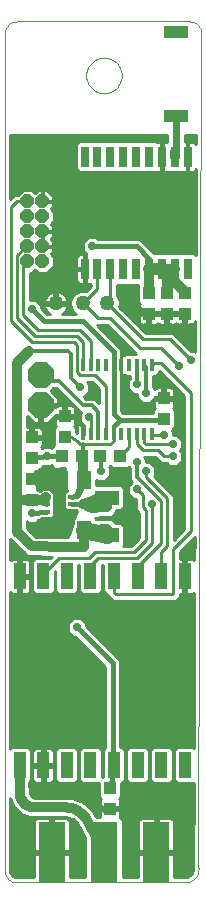
<source format=gtl>
G75*
%MOIN*%
%OFA0B0*%
%FSLAX24Y24*%
%IPPOS*%
%LPD*%
%AMOC8*
5,1,8,0,0,1.08239X$1,22.5*
%
%ADD10C,0.0000*%
%ADD11R,0.0120X0.0390*%
%ADD12R,0.0315X0.0709*%
%ADD13R,0.0276X0.0709*%
%ADD14R,0.0787X0.0394*%
%ADD15R,0.0900X0.2000*%
%ADD16OC8,0.0436*%
%ADD17R,0.0420X0.0860*%
%ADD18R,0.0315X0.0630*%
%ADD19R,0.0315X0.0138*%
%ADD20R,0.0472X0.0315*%
%ADD21R,0.0394X0.0433*%
%ADD22R,0.0433X0.0394*%
%ADD23R,0.0512X0.0591*%
%ADD24C,0.0500*%
%ADD25R,0.0787X0.0472*%
%ADD26OC8,0.0850*%
%ADD27C,0.0320*%
%ADD28C,0.0160*%
%ADD29C,0.0240*%
%ADD30C,0.0400*%
%ADD31C,0.0500*%
%ADD32C,0.0560*%
%ADD33C,0.0100*%
%ADD34OC8,0.0270*%
%ADD35OC8,0.0591*%
%ADD36C,0.0120*%
D10*
X000950Y004251D02*
X000950Y032151D01*
X000952Y032190D01*
X000958Y032229D01*
X000967Y032267D01*
X000980Y032304D01*
X000997Y032340D01*
X001017Y032373D01*
X001041Y032405D01*
X001067Y032434D01*
X001096Y032460D01*
X001128Y032484D01*
X001161Y032504D01*
X001197Y032521D01*
X001234Y032534D01*
X001272Y032543D01*
X001311Y032549D01*
X001350Y032551D01*
X007100Y032551D01*
X007139Y032549D01*
X007178Y032543D01*
X007216Y032534D01*
X007253Y032521D01*
X007289Y032504D01*
X007322Y032484D01*
X007354Y032460D01*
X007383Y032434D01*
X007409Y032405D01*
X007433Y032373D01*
X007453Y032340D01*
X007470Y032304D01*
X007483Y032267D01*
X007492Y032229D01*
X007498Y032190D01*
X007500Y032151D01*
X007400Y004351D01*
X007403Y004309D01*
X007402Y004267D01*
X007397Y004226D01*
X007388Y004185D01*
X007375Y004145D01*
X007359Y004107D01*
X007339Y004070D01*
X007316Y004035D01*
X007290Y004002D01*
X007261Y003972D01*
X007230Y003945D01*
X007195Y003920D01*
X007159Y003899D01*
X007121Y003882D01*
X007082Y003868D01*
X007041Y003857D01*
X007000Y003851D01*
X001350Y003851D01*
X001311Y003853D01*
X001272Y003859D01*
X001234Y003868D01*
X001197Y003881D01*
X001161Y003898D01*
X001128Y003918D01*
X001096Y003942D01*
X001067Y003968D01*
X001041Y003997D01*
X001017Y004029D01*
X000997Y004062D01*
X000980Y004098D01*
X000967Y004135D01*
X000958Y004173D01*
X000952Y004212D01*
X000950Y004251D01*
X002050Y003851D02*
X006450Y003851D01*
X003659Y030751D02*
X003661Y030799D01*
X003667Y030847D01*
X003677Y030894D01*
X003690Y030940D01*
X003708Y030985D01*
X003728Y031029D01*
X003753Y031071D01*
X003781Y031110D01*
X003811Y031147D01*
X003845Y031181D01*
X003882Y031213D01*
X003920Y031242D01*
X003961Y031267D01*
X004004Y031289D01*
X004049Y031307D01*
X004095Y031321D01*
X004142Y031332D01*
X004190Y031339D01*
X004238Y031342D01*
X004286Y031341D01*
X004334Y031336D01*
X004382Y031327D01*
X004428Y031315D01*
X004473Y031298D01*
X004517Y031278D01*
X004559Y031255D01*
X004599Y031228D01*
X004637Y031198D01*
X004672Y031165D01*
X004704Y031129D01*
X004734Y031091D01*
X004760Y031050D01*
X004782Y031007D01*
X004802Y030963D01*
X004817Y030918D01*
X004829Y030871D01*
X004837Y030823D01*
X004841Y030775D01*
X004841Y030727D01*
X004837Y030679D01*
X004829Y030631D01*
X004817Y030584D01*
X004802Y030539D01*
X004782Y030495D01*
X004760Y030452D01*
X004734Y030411D01*
X004704Y030373D01*
X004672Y030337D01*
X004637Y030304D01*
X004599Y030274D01*
X004559Y030247D01*
X004517Y030224D01*
X004473Y030204D01*
X004428Y030187D01*
X004382Y030175D01*
X004334Y030166D01*
X004286Y030161D01*
X004238Y030160D01*
X004190Y030163D01*
X004142Y030170D01*
X004095Y030181D01*
X004049Y030195D01*
X004004Y030213D01*
X003961Y030235D01*
X003920Y030260D01*
X003882Y030289D01*
X003845Y030321D01*
X003811Y030355D01*
X003781Y030392D01*
X003753Y030431D01*
X003728Y030473D01*
X003708Y030517D01*
X003690Y030562D01*
X003677Y030608D01*
X003667Y030655D01*
X003661Y030703D01*
X003659Y030751D01*
D11*
X003548Y021099D03*
X003804Y021099D03*
X004060Y021099D03*
X004316Y021099D03*
X004572Y021099D03*
X004828Y021099D03*
X005084Y021099D03*
X005340Y021099D03*
X005596Y021099D03*
X005852Y021099D03*
X005852Y018802D03*
X005596Y018802D03*
X005340Y018802D03*
X005084Y018802D03*
X004828Y018802D03*
X004572Y018802D03*
X004316Y018802D03*
X004060Y018802D03*
X003804Y018802D03*
X003548Y018802D03*
D12*
X004031Y024302D03*
X004464Y024302D03*
X004897Y024302D03*
X005330Y024302D03*
X005763Y024302D03*
X006196Y024302D03*
X006630Y024302D03*
X006630Y028042D03*
X006196Y028042D03*
X005763Y028042D03*
X005330Y028042D03*
X004897Y028042D03*
X004464Y028042D03*
X004031Y028042D03*
D13*
X003618Y028042D03*
X003618Y024302D03*
X007043Y024302D03*
X007043Y028042D03*
D14*
X006650Y029401D03*
X006650Y032196D03*
D15*
X005990Y004861D03*
X004250Y004861D03*
X002510Y004861D03*
D16*
X002200Y024551D03*
X002200Y025051D03*
X002200Y025551D03*
X002200Y026051D03*
X002200Y026551D03*
X001700Y026551D03*
X001700Y026051D03*
X001700Y025551D03*
X001700Y025051D03*
X001700Y024551D03*
D17*
X001438Y014051D03*
X002226Y014051D03*
X003013Y014051D03*
X003800Y014051D03*
X004588Y014051D03*
X005375Y014051D03*
X006163Y014051D03*
X006950Y014051D03*
X006950Y007751D03*
X006163Y007751D03*
X005375Y007751D03*
X004588Y007751D03*
X003800Y007751D03*
X003013Y007751D03*
X002226Y007751D03*
X001438Y007751D03*
D18*
X002750Y016451D03*
D19*
X002317Y016451D03*
X002317Y016707D03*
X002317Y016195D03*
X003183Y016195D03*
X003183Y016451D03*
X003183Y016707D03*
D20*
X004200Y016355D03*
X004200Y015646D03*
D21*
X004115Y018051D03*
X003535Y018051D03*
X002950Y018716D03*
X002950Y019385D03*
X002865Y018051D03*
X001850Y017285D03*
X001850Y016616D03*
X004450Y006985D03*
X004450Y006316D03*
X004785Y018051D03*
X005750Y022816D03*
X005750Y023485D03*
X006350Y023485D03*
X006350Y022816D03*
X006950Y022816D03*
X006950Y023485D03*
X006250Y019985D03*
X006250Y019316D03*
D22*
X001850Y018685D03*
X001850Y018016D03*
D23*
X002826Y017251D03*
X002826Y015601D03*
X003574Y015601D03*
X003574Y017251D03*
D24*
X003550Y023151D03*
X004350Y023151D03*
X002650Y023151D03*
D25*
X004350Y016681D03*
X004350Y015421D03*
D26*
X002150Y019751D03*
X002150Y020751D03*
D27*
X001750Y021551D02*
X001350Y021151D01*
X001350Y020251D01*
X001355Y018151D01*
X001352Y017251D01*
X001350Y016751D01*
X001350Y016651D01*
X001385Y016616D01*
X001850Y016616D01*
X002226Y016616D01*
X002317Y016707D01*
X001350Y015542D02*
X001850Y015051D01*
X002950Y015042D01*
X003574Y015042D01*
X003574Y015601D01*
X003550Y016451D02*
X003650Y016451D01*
X003574Y017251D02*
X003535Y018051D01*
X004200Y016355D02*
X004350Y016355D01*
X004350Y016681D01*
X004350Y015646D02*
X004200Y015646D01*
X004350Y015646D02*
X004350Y015421D01*
X005750Y023485D02*
X005763Y024302D01*
X006196Y024302D02*
X006350Y024148D01*
X006950Y023548D01*
X006950Y023485D01*
X006630Y024302D02*
X006196Y024302D01*
X006350Y024185D02*
X006350Y024148D01*
X006350Y023485D01*
X006630Y028042D02*
X006630Y028196D01*
X001438Y007751D02*
X001438Y007262D01*
X001444Y006844D01*
X001444Y006845D02*
X001446Y006801D01*
X001453Y006759D01*
X001462Y006716D01*
X001476Y006675D01*
X001493Y006635D01*
X001513Y006597D01*
X001537Y006561D01*
X001563Y006527D01*
X001593Y006495D01*
X001625Y006466D01*
X001659Y006440D01*
X001696Y006417D01*
X001734Y006397D01*
X001774Y006381D01*
X001816Y006368D01*
X001858Y006358D01*
X001901Y006353D01*
X001944Y006351D01*
X002983Y006351D01*
X003036Y006349D01*
X003088Y006344D01*
X003140Y006335D01*
X003191Y006323D01*
X003241Y006307D01*
X003290Y006288D01*
X003338Y006266D01*
X003384Y006240D01*
X003428Y006212D01*
X003470Y006180D01*
X003510Y006146D01*
X003548Y006109D01*
X003583Y006070D01*
X003615Y006029D01*
X003645Y005985D01*
X003671Y005939D01*
X004250Y004861D01*
X001350Y015542D02*
X001350Y016651D01*
D28*
X001850Y016151D02*
X002317Y016195D01*
X002317Y016451D02*
X002317Y016707D01*
X002350Y018051D02*
X001850Y018016D01*
X002350Y018051D02*
X002865Y018051D01*
X003183Y016707D02*
X003350Y016751D01*
X003450Y016451D02*
X003183Y016451D01*
X003548Y018802D02*
X003548Y019052D01*
X003450Y019151D01*
X004572Y021529D02*
X003550Y022551D01*
X002250Y022551D01*
X001850Y022951D01*
X003850Y025051D02*
X005350Y025051D01*
X005763Y024637D01*
X005763Y024302D01*
X005215Y023116D02*
X005750Y022816D01*
X006250Y019316D02*
X006250Y019251D01*
X004772Y019251D01*
X004572Y019451D01*
X004572Y021099D01*
X004572Y021529D01*
X004772Y019251D02*
X004572Y019051D01*
X003350Y012351D02*
X004550Y011151D01*
X004550Y007889D01*
X004588Y007751D01*
X004550Y007789D01*
X004550Y007651D01*
X004515Y007285D01*
X004450Y006985D01*
X004450Y006316D02*
X004250Y006251D01*
X003550Y006951D01*
X002250Y006951D01*
X004450Y006316D02*
X005015Y006416D01*
X005150Y005751D01*
X006630Y028196D02*
X006650Y028196D01*
D29*
X006650Y029401D01*
X003574Y017251D02*
X003350Y016751D01*
X003450Y016451D02*
X003550Y016451D01*
D30*
X003650Y016451D02*
X003750Y016451D01*
X005763Y024302D02*
X006196Y024302D01*
D31*
X003850Y016451D02*
X003750Y016451D01*
D32*
X003850Y016451D02*
X003950Y016451D01*
X004050Y016551D01*
X003574Y015601D02*
X004350Y015421D01*
D33*
X004422Y015974D02*
X004416Y015976D01*
X004134Y015976D01*
X004128Y015974D01*
X003992Y015974D01*
X003966Y016001D01*
X004040Y016001D01*
X004104Y016027D01*
X004128Y016027D01*
X004134Y016025D01*
X004416Y016025D01*
X004422Y016027D01*
X004507Y016027D01*
X004606Y016127D01*
X004606Y016144D01*
X004630Y016168D01*
X004674Y016274D01*
X004814Y016274D01*
X004914Y016374D01*
X004914Y016987D01*
X004814Y017087D01*
X004000Y017087D01*
X004000Y017201D01*
X005152Y017184D01*
X005045Y017077D01*
X005045Y016824D01*
X005224Y016646D01*
X005330Y016646D01*
X005330Y016260D01*
X005430Y016160D01*
X005430Y015342D01*
X005159Y015071D01*
X004870Y015071D01*
X004914Y015114D01*
X004914Y015727D01*
X004814Y015827D01*
X004632Y015827D01*
X004630Y015833D01*
X004606Y015857D01*
X004606Y015874D01*
X004507Y015974D01*
X004422Y015974D01*
X004519Y015962D02*
X005430Y015962D01*
X005430Y016060D02*
X004539Y016060D01*
X004620Y016159D02*
X005430Y016159D01*
X005332Y016257D02*
X004667Y016257D01*
X004606Y015863D02*
X005430Y015863D01*
X005430Y015765D02*
X004876Y015765D01*
X004914Y015666D02*
X005430Y015666D01*
X005430Y015568D02*
X004914Y015568D01*
X004914Y015469D02*
X005430Y015469D01*
X005430Y015371D02*
X004914Y015371D01*
X004914Y015272D02*
X005360Y015272D01*
X005262Y015174D02*
X004914Y015174D01*
X004875Y015075D02*
X005163Y015075D01*
X005250Y014851D02*
X005650Y015251D01*
X005650Y016251D01*
X005550Y016351D01*
X005550Y016751D01*
X005350Y016951D01*
X005218Y016651D02*
X004914Y016651D01*
X004914Y016553D02*
X005330Y016553D01*
X005330Y016454D02*
X004914Y016454D01*
X004895Y016356D02*
X005330Y016356D01*
X005045Y017077D02*
X005172Y017204D01*
X005110Y017266D01*
X005110Y017660D01*
X005079Y017691D01*
X005052Y017664D01*
X004517Y017664D01*
X004450Y017731D01*
X004425Y017707D01*
X004455Y017677D01*
X004455Y017424D01*
X004276Y017246D01*
X004024Y017246D01*
X004000Y017269D01*
X004000Y017087D01*
X004814Y017087D01*
X004850Y017051D01*
X005045Y017051D01*
X005045Y017077D01*
X005045Y017045D02*
X004856Y017045D01*
X004914Y016947D02*
X005045Y016947D01*
X005045Y016848D02*
X004914Y016848D01*
X004914Y016750D02*
X005120Y016750D01*
X005112Y017144D02*
X004000Y017144D01*
X005112Y017144D01*
X005133Y017242D02*
X004000Y017242D01*
X004371Y017341D02*
X005110Y017341D01*
X005110Y017439D02*
X004455Y017439D01*
X004455Y017538D02*
X005110Y017538D01*
X005110Y017636D02*
X004455Y017636D01*
X004450Y018451D02*
X003550Y018451D01*
X003450Y018451D01*
X003350Y018551D01*
X003150Y018716D01*
X002950Y018716D01*
X002902Y019337D02*
X002603Y019337D01*
X002603Y019149D01*
X002613Y019111D01*
X002633Y019077D01*
X002645Y019065D01*
X002583Y019003D01*
X002583Y018429D01*
X002587Y018426D01*
X002499Y018338D01*
X002499Y018333D01*
X002476Y018356D01*
X002224Y018356D01*
X002194Y018326D01*
X002154Y018366D01*
X002159Y018368D01*
X002187Y018396D01*
X002206Y018431D01*
X002217Y018469D01*
X002217Y018637D01*
X001898Y018637D01*
X001898Y018734D01*
X001802Y018734D01*
X001802Y019032D01*
X001683Y019032D01*
X001682Y019406D01*
X001912Y019176D01*
X002100Y019176D01*
X002100Y019701D01*
X002200Y019701D01*
X002200Y019801D01*
X002725Y019801D01*
X002725Y019989D01*
X002477Y020236D01*
X002561Y020321D01*
X002655Y020321D01*
X003455Y019521D01*
X003489Y019521D01*
X003445Y019477D01*
X003445Y019224D01*
X003522Y019147D01*
X003469Y019147D01*
X003431Y019137D01*
X003396Y019117D01*
X003368Y019089D01*
X003349Y019055D01*
X003338Y019017D01*
X003338Y018846D01*
X003317Y018863D01*
X003317Y019003D01*
X003255Y019065D01*
X003267Y019077D01*
X003287Y019111D01*
X003297Y019149D01*
X003297Y019337D01*
X002998Y019337D01*
X002998Y019434D01*
X002902Y019434D01*
X002902Y019752D01*
X002733Y019752D01*
X002695Y019742D01*
X002661Y019722D01*
X002640Y019701D01*
X002200Y019701D01*
X002200Y019176D01*
X002388Y019176D01*
X002646Y019434D01*
X002902Y019434D01*
X002902Y019337D01*
X002902Y019409D02*
X002622Y019409D01*
X002603Y019311D02*
X002523Y019311D01*
X002603Y019212D02*
X002425Y019212D01*
X002595Y019015D02*
X002136Y019015D01*
X002124Y019022D02*
X002159Y019002D01*
X002187Y018974D01*
X002206Y018940D01*
X002217Y018902D01*
X002217Y018734D01*
X001898Y018734D01*
X001898Y019032D01*
X002086Y019032D01*
X002124Y019022D01*
X002100Y019212D02*
X002200Y019212D01*
X002200Y019311D02*
X002100Y019311D01*
X002100Y019409D02*
X002200Y019409D01*
X002200Y019508D02*
X002100Y019508D01*
X002100Y019606D02*
X002200Y019606D01*
X002200Y019705D02*
X002644Y019705D01*
X002725Y019803D02*
X003172Y019803D01*
X003167Y019752D02*
X002998Y019752D01*
X002998Y019434D01*
X003297Y019434D01*
X003297Y019622D01*
X003287Y019660D01*
X003267Y019694D01*
X003239Y019722D01*
X003205Y019742D01*
X003167Y019752D01*
X003256Y019705D02*
X003271Y019705D01*
X003297Y019606D02*
X003369Y019606D01*
X003297Y019508D02*
X003476Y019508D01*
X003445Y019409D02*
X002998Y019409D01*
X002998Y019508D02*
X002902Y019508D01*
X002902Y019606D02*
X002998Y019606D01*
X002998Y019705D02*
X002902Y019705D01*
X002975Y020000D02*
X002714Y020000D01*
X002725Y019902D02*
X003074Y019902D01*
X003297Y019311D02*
X003445Y019311D01*
X003457Y019212D02*
X003297Y019212D01*
X003287Y019114D02*
X003393Y019114D01*
X003338Y019015D02*
X003305Y019015D01*
X003317Y018917D02*
X003338Y018917D01*
X003548Y018917D02*
X003548Y018917D01*
X003548Y019015D02*
X003548Y019015D01*
X003548Y019114D02*
X003548Y019114D01*
X003548Y019121D02*
X003548Y018802D01*
X003548Y019121D01*
X003548Y019121D01*
X003548Y018818D02*
X003548Y018818D01*
X003548Y018802D02*
X003548Y018802D01*
X003804Y019305D02*
X003750Y019351D01*
X003804Y019305D02*
X003804Y018802D01*
X004096Y019830D02*
X004080Y019846D01*
X003945Y019981D01*
X003645Y019981D01*
X003578Y020048D01*
X003755Y020224D01*
X003755Y020477D01*
X003701Y020531D01*
X003859Y020531D01*
X004096Y020293D01*
X004096Y019830D01*
X004096Y019902D02*
X004024Y019902D01*
X004096Y020000D02*
X003626Y020000D01*
X003629Y020099D02*
X004096Y020099D01*
X004096Y020197D02*
X003728Y020197D01*
X003755Y020296D02*
X004094Y020296D01*
X003995Y020394D02*
X003755Y020394D01*
X003739Y020493D02*
X003897Y020493D01*
X003950Y020751D02*
X004316Y020384D01*
X004316Y018802D01*
X004572Y018573D02*
X004450Y018451D01*
X004572Y018573D02*
X004572Y018802D01*
X004572Y019051D01*
X004876Y019501D02*
X004822Y019554D01*
X004822Y020754D01*
X004828Y020754D01*
X004908Y020754D01*
X004928Y020760D01*
X004953Y020734D01*
X005120Y020734D01*
X005120Y020652D01*
X005045Y020577D01*
X005045Y020324D01*
X005224Y020146D01*
X005345Y020146D01*
X005345Y020024D01*
X005524Y019846D01*
X005776Y019846D01*
X005955Y020024D01*
X005955Y020034D01*
X006202Y020034D01*
X006202Y020352D01*
X006033Y020352D01*
X005995Y020342D01*
X005961Y020322D01*
X005936Y020296D01*
X005880Y020352D01*
X005880Y020734D01*
X005982Y020734D01*
X006082Y020834D01*
X006082Y020908D01*
X006930Y020060D01*
X006930Y018258D01*
X006932Y018256D01*
X006931Y017051D01*
X006261Y017051D01*
X005921Y017391D01*
X005955Y017424D01*
X005955Y017677D01*
X005776Y017856D01*
X005655Y017856D01*
X005655Y017977D01*
X005601Y018031D01*
X005959Y018031D01*
X006030Y017960D01*
X006159Y017831D01*
X006339Y017831D01*
X006424Y017746D01*
X006676Y017746D01*
X006855Y017924D01*
X006855Y018177D01*
X006781Y018251D01*
X006855Y018324D01*
X006855Y018577D01*
X006676Y018756D01*
X006555Y018756D01*
X006555Y018877D01*
X006503Y018929D01*
X006517Y018929D01*
X006617Y019029D01*
X006617Y019603D01*
X006555Y019665D01*
X006567Y019677D01*
X006587Y019711D01*
X006597Y019749D01*
X006597Y019937D01*
X006298Y019937D01*
X006298Y020034D01*
X006202Y020034D01*
X006202Y019937D01*
X005903Y019937D01*
X005903Y019749D01*
X005913Y019711D01*
X005933Y019677D01*
X005945Y019665D01*
X005883Y019603D01*
X005883Y019501D01*
X004876Y019501D01*
X004869Y019508D02*
X005883Y019508D01*
X005886Y019606D02*
X004822Y019606D01*
X004828Y019673D02*
X004950Y020251D01*
X005074Y020296D02*
X004822Y020296D01*
X004822Y020394D02*
X005045Y020394D01*
X005045Y020493D02*
X004822Y020493D01*
X004822Y020591D02*
X005059Y020591D01*
X005120Y020690D02*
X004822Y020690D01*
X004828Y020754D02*
X004828Y021099D01*
X004828Y020754D01*
X004828Y020788D02*
X004828Y020788D01*
X004828Y020887D02*
X004828Y020887D01*
X004828Y020985D02*
X004828Y020985D01*
X004828Y021084D02*
X004828Y021084D01*
X004828Y021099D02*
X004828Y021099D01*
X004828Y019673D01*
X004822Y019705D02*
X005917Y019705D01*
X005903Y019803D02*
X004822Y019803D01*
X004822Y019902D02*
X005468Y019902D01*
X005369Y020000D02*
X004822Y020000D01*
X004822Y020099D02*
X005345Y020099D01*
X005172Y020197D02*
X004822Y020197D01*
X004828Y021099D02*
X004828Y021444D01*
X004828Y021099D01*
X004828Y021099D01*
X004828Y021182D02*
X004828Y021182D01*
X004828Y021281D02*
X004828Y021281D01*
X004828Y021379D02*
X004828Y021379D01*
X004828Y021444D02*
X004822Y021444D01*
X004822Y021578D01*
X004784Y021670D01*
X004714Y021741D01*
X004024Y022431D01*
X004359Y022431D01*
X005325Y021464D01*
X005214Y021464D01*
X004953Y021464D01*
X004928Y021439D01*
X004908Y021444D01*
X004828Y021444D01*
X004822Y021478D02*
X005312Y021478D01*
X005213Y021576D02*
X004822Y021576D01*
X004780Y021675D02*
X005115Y021675D01*
X005016Y021773D02*
X004681Y021773D01*
X004583Y021872D02*
X004918Y021872D01*
X004819Y021970D02*
X004484Y021970D01*
X004386Y022069D02*
X004721Y022069D01*
X004622Y022167D02*
X004287Y022167D01*
X004189Y022266D02*
X004524Y022266D01*
X004425Y022364D02*
X004090Y022364D01*
X004050Y022651D02*
X003550Y023151D01*
X004031Y023632D01*
X004031Y024302D01*
X003782Y023799D02*
X003803Y023777D01*
X003811Y023777D01*
X003811Y023723D01*
X003651Y023563D01*
X003634Y023571D01*
X003466Y023571D01*
X003312Y023507D01*
X003194Y023389D01*
X003130Y023234D01*
X003130Y023067D01*
X003194Y022913D01*
X003306Y022801D01*
X002846Y022801D01*
X002905Y022840D01*
X002961Y022896D01*
X003004Y022961D01*
X003035Y023034D01*
X003048Y023101D01*
X002700Y023101D01*
X002700Y023201D01*
X002600Y023201D01*
X002600Y023549D01*
X002533Y023535D01*
X002461Y023505D01*
X002395Y023461D01*
X002339Y023406D01*
X002296Y023340D01*
X002265Y023267D01*
X002252Y023201D01*
X002600Y023201D01*
X002600Y023101D01*
X002252Y023101D01*
X002265Y023034D01*
X002296Y022961D01*
X002339Y022896D01*
X002395Y022840D01*
X002454Y022801D01*
X002354Y022801D01*
X002155Y022999D01*
X002155Y023077D01*
X001976Y023256D01*
X001770Y023256D01*
X001770Y024163D01*
X001861Y024163D01*
X001950Y024252D01*
X002039Y024163D01*
X002361Y024163D01*
X002588Y024390D01*
X002588Y024711D01*
X002485Y024815D01*
X002568Y024898D01*
X002568Y025042D01*
X002209Y025042D01*
X002209Y025060D01*
X002191Y025060D01*
X002191Y025419D01*
X002191Y025542D01*
X002209Y025542D01*
X002209Y025560D01*
X002568Y025560D01*
X002568Y025703D01*
X002485Y025786D01*
X002588Y025890D01*
X002588Y026211D01*
X002485Y026315D01*
X002568Y026398D01*
X002568Y026542D01*
X002209Y026542D01*
X002209Y026560D01*
X002191Y026560D01*
X002191Y026919D01*
X002048Y026919D01*
X001964Y026835D01*
X001861Y026939D01*
X001539Y026939D01*
X001371Y026771D01*
X001259Y026771D01*
X001130Y026642D01*
X001120Y026632D01*
X001120Y028751D01*
X006360Y028751D01*
X006360Y028546D01*
X006225Y028546D01*
X006225Y028071D01*
X006168Y028071D01*
X006168Y028546D01*
X006019Y028546D01*
X006013Y028545D01*
X005991Y028566D01*
X003410Y028566D01*
X003310Y028467D01*
X003310Y027617D01*
X003410Y027518D01*
X005991Y027518D01*
X006013Y027539D01*
X006019Y027538D01*
X006168Y027538D01*
X006168Y028013D01*
X006225Y028013D01*
X006225Y027538D01*
X006374Y027538D01*
X006380Y027539D01*
X006402Y027518D01*
X006857Y027518D01*
X006879Y027539D01*
X006885Y027538D01*
X007024Y027538D01*
X007024Y028023D01*
X007062Y028023D01*
X007062Y027538D01*
X007200Y027538D01*
X007239Y027548D01*
X007273Y027568D01*
X007301Y027596D01*
X007314Y027618D01*
X007303Y024774D01*
X007251Y024826D01*
X005928Y024826D01*
X005492Y025263D01*
X005400Y025301D01*
X004031Y025301D01*
X003976Y025356D01*
X003724Y025356D01*
X003545Y025177D01*
X003545Y024924D01*
X003663Y024806D01*
X003637Y024806D01*
X003637Y024321D01*
X003599Y024321D01*
X003599Y024806D01*
X003460Y024806D01*
X003422Y024796D01*
X003388Y024776D01*
X003360Y024748D01*
X003340Y024714D01*
X003330Y024676D01*
X003330Y024321D01*
X003599Y024321D01*
X003599Y024283D01*
X003637Y024283D01*
X003637Y023797D01*
X003775Y023797D01*
X003782Y023799D01*
X003811Y023743D02*
X001770Y023743D01*
X001770Y023645D02*
X003733Y023645D01*
X003637Y023842D02*
X003599Y023842D01*
X003599Y023797D02*
X003599Y024283D01*
X003330Y024283D01*
X003330Y023928D01*
X003340Y023890D01*
X003360Y023855D01*
X003388Y023827D01*
X003422Y023808D01*
X003460Y023797D01*
X003599Y023797D01*
X003599Y023940D02*
X003637Y023940D01*
X003637Y024039D02*
X003599Y024039D01*
X003599Y024137D02*
X003637Y024137D01*
X003637Y024236D02*
X003599Y024236D01*
X003599Y024334D02*
X003637Y024334D01*
X003637Y024433D02*
X003599Y024433D01*
X003599Y024531D02*
X003637Y024531D01*
X003637Y024630D02*
X003599Y024630D01*
X003599Y024728D02*
X003637Y024728D01*
X003643Y024827D02*
X002497Y024827D01*
X002568Y024925D02*
X003545Y024925D01*
X003545Y025024D02*
X002568Y025024D01*
X002568Y025060D02*
X002568Y025203D01*
X002471Y025301D01*
X002568Y025398D01*
X002568Y025542D01*
X002209Y025542D01*
X002209Y025060D01*
X002568Y025060D01*
X002568Y025122D02*
X003545Y025122D01*
X003589Y025221D02*
X002551Y025221D01*
X002489Y025319D02*
X003687Y025319D01*
X004013Y025319D02*
X007305Y025319D01*
X007305Y025221D02*
X005533Y025221D01*
X005632Y025122D02*
X007305Y025122D01*
X007304Y025024D02*
X005730Y025024D01*
X005829Y024925D02*
X007304Y024925D01*
X007304Y024827D02*
X005927Y024827D01*
X005383Y023198D02*
X005445Y023136D01*
X005433Y023125D01*
X005413Y023090D01*
X005403Y023052D01*
X005403Y022864D01*
X005702Y022864D01*
X005702Y022768D01*
X005798Y022768D01*
X005798Y022449D01*
X005967Y022449D01*
X006005Y022460D01*
X006039Y022479D01*
X006050Y022490D01*
X006061Y022479D01*
X006095Y022460D01*
X006133Y022449D01*
X006302Y022449D01*
X006302Y022768D01*
X006097Y022768D01*
X005798Y022768D01*
X005798Y022864D01*
X006302Y022864D01*
X006302Y022768D01*
X006398Y022768D01*
X006398Y022449D01*
X006567Y022449D01*
X006605Y022460D01*
X006639Y022479D01*
X006650Y022490D01*
X006661Y022479D01*
X006695Y022460D01*
X006733Y022449D01*
X006902Y022449D01*
X006902Y022768D01*
X006603Y022768D01*
X006398Y022768D01*
X006398Y022864D01*
X006902Y022864D01*
X006902Y022768D01*
X006998Y022768D01*
X006998Y022449D01*
X007167Y022449D01*
X007205Y022460D01*
X007239Y022479D01*
X007267Y022507D01*
X007287Y022542D01*
X007296Y022575D01*
X007292Y021540D01*
X007276Y021556D01*
X007156Y021556D01*
X006541Y022171D01*
X005641Y022171D01*
X004763Y023049D01*
X004770Y023067D01*
X004770Y023234D01*
X004706Y023389D01*
X004684Y023410D01*
X004684Y023777D01*
X005388Y023777D01*
X005383Y023772D01*
X005383Y023198D01*
X005383Y023251D02*
X004763Y023251D01*
X004770Y023152D02*
X005429Y023152D01*
X005404Y023054D02*
X004764Y023054D01*
X004857Y022955D02*
X005403Y022955D01*
X005403Y022768D02*
X005403Y022580D01*
X005413Y022542D01*
X005433Y022507D01*
X005461Y022479D01*
X005495Y022460D01*
X005533Y022449D01*
X005702Y022449D01*
X005702Y022768D01*
X005403Y022768D01*
X005403Y022758D02*
X005054Y022758D01*
X005152Y022660D02*
X005403Y022660D01*
X005408Y022561D02*
X005251Y022561D01*
X005349Y022463D02*
X005490Y022463D01*
X005448Y022364D02*
X007295Y022364D01*
X007294Y022266D02*
X005546Y022266D01*
X005550Y021951D02*
X004350Y023151D01*
X004464Y023365D01*
X004464Y024302D01*
X004684Y023743D02*
X005383Y023743D01*
X005383Y023645D02*
X004684Y023645D01*
X004684Y023546D02*
X005383Y023546D01*
X005383Y023448D02*
X004684Y023448D01*
X004722Y023349D02*
X005383Y023349D01*
X005702Y022857D02*
X004955Y022857D01*
X004450Y022651D02*
X004050Y022651D01*
X003450Y022251D02*
X003804Y021896D01*
X003804Y021099D01*
X003950Y020751D02*
X003450Y020751D01*
X003350Y020851D01*
X003350Y021751D01*
X003250Y021851D01*
X001850Y021851D01*
X001150Y022551D01*
X001150Y026351D01*
X001350Y026551D01*
X001700Y026551D01*
X001496Y026895D02*
X001120Y026895D01*
X001120Y026797D02*
X001397Y026797D01*
X001186Y026698D02*
X001120Y026698D01*
X001120Y026994D02*
X007311Y026994D01*
X007312Y027092D02*
X001120Y027092D01*
X001120Y027191D02*
X007312Y027191D01*
X007313Y027289D02*
X001120Y027289D01*
X001120Y027388D02*
X007313Y027388D01*
X007313Y027486D02*
X001120Y027486D01*
X001120Y027585D02*
X003342Y027585D01*
X003310Y027683D02*
X001120Y027683D01*
X001120Y027782D02*
X003310Y027782D01*
X003310Y027880D02*
X001120Y027880D01*
X001120Y027979D02*
X003310Y027979D01*
X003310Y028077D02*
X001120Y028077D01*
X001120Y028176D02*
X003310Y028176D01*
X003310Y028274D02*
X001120Y028274D01*
X001120Y028373D02*
X003310Y028373D01*
X003314Y028471D02*
X001120Y028471D01*
X001120Y028570D02*
X006360Y028570D01*
X006360Y028668D02*
X001120Y028668D01*
X001904Y026895D02*
X002024Y026895D01*
X002191Y026895D02*
X002209Y026895D01*
X002209Y026919D02*
X002209Y026560D01*
X002568Y026560D01*
X002568Y026703D01*
X002352Y026919D01*
X002209Y026919D01*
X002209Y026797D02*
X002191Y026797D01*
X002191Y026698D02*
X002209Y026698D01*
X002209Y026600D02*
X002191Y026600D01*
X002376Y026895D02*
X007311Y026895D01*
X007311Y026797D02*
X002475Y026797D01*
X002568Y026698D02*
X007310Y026698D01*
X007310Y026600D02*
X002568Y026600D01*
X002568Y026501D02*
X007310Y026501D01*
X007309Y026403D02*
X002568Y026403D01*
X002495Y026304D02*
X007309Y026304D01*
X007309Y026206D02*
X002588Y026206D01*
X002588Y026107D02*
X007308Y026107D01*
X007308Y026009D02*
X002588Y026009D01*
X002588Y025910D02*
X007308Y025910D01*
X007307Y025812D02*
X002510Y025812D01*
X002558Y025713D02*
X007307Y025713D01*
X007306Y025615D02*
X002568Y025615D01*
X002568Y025516D02*
X007306Y025516D01*
X007306Y025418D02*
X002568Y025418D01*
X002571Y024728D02*
X003348Y024728D01*
X003330Y024630D02*
X002588Y024630D01*
X002588Y024531D02*
X003330Y024531D01*
X003330Y024433D02*
X002588Y024433D01*
X002532Y024334D02*
X003330Y024334D01*
X003330Y024236D02*
X002434Y024236D01*
X002588Y023546D02*
X001770Y023546D01*
X001770Y023448D02*
X002381Y023448D01*
X002302Y023349D02*
X001770Y023349D01*
X001770Y023842D02*
X003374Y023842D01*
X003330Y023940D02*
X001770Y023940D01*
X001770Y024039D02*
X003330Y024039D01*
X003330Y024137D02*
X001770Y024137D01*
X001934Y024236D02*
X001966Y024236D01*
X001700Y024501D02*
X001700Y024551D01*
X001550Y024401D01*
X001550Y022751D01*
X002050Y022251D01*
X003450Y022251D01*
X003350Y022051D02*
X001950Y022051D01*
X001350Y022651D01*
X001350Y024751D01*
X001700Y025051D01*
X001981Y023251D02*
X002262Y023251D01*
X002261Y023054D02*
X002155Y023054D01*
X002199Y022955D02*
X002300Y022955D01*
X002298Y022857D02*
X002378Y022857D01*
X002600Y023152D02*
X002080Y023152D01*
X002600Y023251D02*
X002700Y023251D01*
X002700Y023201D02*
X002700Y023549D01*
X002767Y023535D01*
X002839Y023505D01*
X002905Y023461D01*
X002961Y023406D01*
X003004Y023340D01*
X003035Y023267D01*
X003048Y023201D01*
X002700Y023201D01*
X002700Y023152D02*
X003130Y023152D01*
X003136Y023054D02*
X003039Y023054D01*
X003000Y022955D02*
X003176Y022955D01*
X003250Y022857D02*
X002922Y022857D01*
X003038Y023251D02*
X003137Y023251D01*
X003178Y023349D02*
X002998Y023349D01*
X002919Y023448D02*
X003253Y023448D01*
X003407Y023546D02*
X002712Y023546D01*
X002700Y023546D02*
X002600Y023546D01*
X002600Y023448D02*
X002700Y023448D01*
X002700Y023349D02*
X002600Y023349D01*
X002209Y025122D02*
X002191Y025122D01*
X002191Y025221D02*
X002209Y025221D01*
X002209Y025319D02*
X002191Y025319D01*
X002191Y025418D02*
X002209Y025418D01*
X002209Y025516D02*
X002191Y025516D01*
X003350Y022051D02*
X003550Y021851D01*
X003548Y021152D01*
X003548Y021099D01*
X002877Y020099D02*
X002615Y020099D01*
X002680Y020296D02*
X002536Y020296D01*
X002517Y020197D02*
X002778Y020197D01*
X002613Y019114D02*
X001683Y019114D01*
X001682Y019212D02*
X001875Y019212D01*
X001777Y019311D02*
X001682Y019311D01*
X001802Y019015D02*
X001898Y019015D01*
X001898Y018917D02*
X001802Y018917D01*
X001802Y018818D02*
X001898Y018818D01*
X001898Y018720D02*
X002583Y018720D01*
X002583Y018818D02*
X002217Y018818D01*
X002213Y018917D02*
X002583Y018917D01*
X002583Y018621D02*
X002217Y018621D01*
X002217Y018523D02*
X002583Y018523D01*
X002585Y018424D02*
X002203Y018424D01*
X002233Y017746D02*
X002137Y017649D01*
X002077Y017649D01*
X002105Y017642D01*
X002139Y017622D01*
X002167Y017594D01*
X002187Y017560D01*
X002197Y017522D01*
X002197Y017334D01*
X001898Y017334D01*
X001898Y017237D01*
X002197Y017237D01*
X002197Y017051D01*
X002420Y017051D01*
X002420Y017201D01*
X002420Y017021D01*
X002383Y017037D01*
X002251Y017037D01*
X002186Y017009D01*
X002187Y017011D01*
X002197Y017049D01*
X002197Y017227D01*
X002776Y017218D01*
X002776Y017201D01*
X002420Y017201D01*
X002776Y017201D01*
X002776Y017301D01*
X002420Y017301D01*
X002420Y017566D01*
X002430Y017604D01*
X002450Y017638D01*
X002478Y017666D01*
X002512Y017686D01*
X002550Y017696D01*
X002566Y017696D01*
X002499Y017764D01*
X002499Y017768D01*
X002476Y017746D01*
X002233Y017746D01*
X002222Y017735D02*
X002528Y017735D01*
X002449Y017636D02*
X002114Y017636D01*
X002193Y017538D02*
X002420Y017538D01*
X002420Y017439D02*
X002197Y017439D01*
X002197Y017341D02*
X002420Y017341D01*
X002420Y017144D02*
X002197Y017144D01*
X002420Y017144D01*
X002420Y017045D02*
X002196Y017045D01*
X002263Y016977D02*
X002164Y016935D01*
X002132Y016903D01*
X002092Y016943D01*
X002033Y016943D01*
X001950Y017551D01*
X002950Y017651D01*
X002950Y017051D01*
X003033Y016885D01*
X002980Y016885D01*
X002916Y016821D01*
X002916Y016592D01*
X002929Y016579D01*
X002916Y016565D01*
X002916Y016336D01*
X002980Y016272D01*
X003093Y016272D01*
X003104Y016261D01*
X003315Y016261D01*
X003344Y016232D01*
X003266Y016000D01*
X003208Y015941D01*
X003208Y015825D01*
X003050Y015351D01*
X002250Y015351D01*
X002163Y015989D01*
X002413Y016013D01*
X002416Y016016D01*
X002520Y016016D01*
X002584Y016080D01*
X002584Y016309D01*
X002571Y016323D01*
X002584Y016336D01*
X002584Y016565D01*
X002571Y016579D01*
X002584Y016592D01*
X002584Y016647D01*
X002587Y016653D01*
X002587Y016760D01*
X002584Y016766D01*
X002584Y016821D01*
X002520Y016885D01*
X002520Y016885D01*
X002470Y016935D01*
X002371Y016977D01*
X002263Y016977D01*
X002191Y016947D02*
X002032Y016947D01*
X002019Y017045D02*
X002953Y017045D01*
X002876Y017045D02*
X002776Y017045D01*
X002776Y016947D02*
X002876Y016947D01*
X002876Y016916D02*
X002876Y017201D01*
X002776Y017201D01*
X002776Y016805D01*
X002721Y016805D01*
X002721Y016479D01*
X002779Y016479D01*
X002779Y016916D01*
X002876Y016916D01*
X002943Y016848D02*
X002557Y016848D01*
X002587Y016750D02*
X002916Y016750D01*
X002916Y016651D02*
X002586Y016651D01*
X002584Y016553D02*
X002916Y016553D01*
X002916Y016454D02*
X002584Y016454D01*
X002584Y016356D02*
X002916Y016356D01*
X003002Y016947D02*
X002443Y016947D01*
X002584Y016257D02*
X003318Y016257D01*
X003319Y016159D02*
X002584Y016159D01*
X002564Y016060D02*
X003287Y016060D01*
X003228Y015962D02*
X002167Y015962D01*
X002180Y015863D02*
X003208Y015863D01*
X003188Y015765D02*
X002194Y015765D01*
X002207Y015666D02*
X003155Y015666D01*
X003122Y015568D02*
X002220Y015568D01*
X002234Y015469D02*
X003090Y015469D01*
X003057Y015371D02*
X002247Y015371D01*
X002420Y015376D02*
X001986Y015380D01*
X001680Y015681D01*
X001680Y015889D01*
X001724Y015846D01*
X001976Y015846D01*
X002049Y015918D01*
X002390Y015951D01*
X002400Y015956D01*
X002431Y015956D01*
X002430Y015954D01*
X002420Y015916D01*
X002420Y015651D01*
X002776Y015651D01*
X002776Y016046D01*
X002721Y016046D01*
X002721Y016422D01*
X002779Y016422D01*
X002779Y015986D01*
X002876Y015986D01*
X002876Y015651D01*
X002776Y015651D01*
X002776Y015551D01*
X002420Y015551D01*
X002420Y015376D01*
X002420Y015469D02*
X001895Y015469D01*
X001994Y015863D02*
X002420Y015863D01*
X002420Y015765D02*
X001680Y015765D01*
X001680Y015863D02*
X001706Y015863D01*
X001695Y015666D02*
X002420Y015666D01*
X002504Y014716D02*
X002439Y014651D01*
X001945Y014651D01*
X001846Y014551D01*
X001846Y013550D01*
X001945Y013451D01*
X002506Y013451D01*
X002606Y013550D01*
X002606Y014195D01*
X002633Y014222D01*
X002633Y013550D01*
X002733Y013451D01*
X003293Y013451D01*
X003393Y013550D01*
X003393Y014431D01*
X003420Y014431D01*
X003420Y013550D01*
X003520Y013451D01*
X004081Y013451D01*
X004180Y013550D01*
X004180Y014431D01*
X004208Y014431D01*
X004208Y013550D01*
X004307Y013451D01*
X004368Y013451D01*
X004368Y013422D01*
X004430Y013360D01*
X004559Y013231D01*
X006641Y013231D01*
X006770Y013360D01*
X006770Y013471D01*
X006900Y013471D01*
X006900Y014001D01*
X007000Y014001D01*
X007000Y013471D01*
X007180Y013471D01*
X007218Y013481D01*
X007252Y013501D01*
X007263Y013511D01*
X007244Y008337D01*
X007230Y008351D01*
X006670Y008351D01*
X006570Y008252D01*
X006570Y007251D01*
X006670Y007151D01*
X007230Y007151D01*
X007240Y007161D01*
X007230Y004411D01*
X007223Y004402D01*
X007230Y004342D01*
X007230Y004281D01*
X007232Y004279D01*
X007232Y004276D01*
X007201Y004170D01*
X007132Y004084D01*
X007035Y004031D01*
X006986Y004021D01*
X006590Y004021D01*
X006590Y004811D01*
X006040Y004811D01*
X006040Y004911D01*
X005940Y004911D01*
X005940Y006011D01*
X005520Y006011D01*
X005482Y006000D01*
X005448Y005981D01*
X005420Y005953D01*
X005400Y005919D01*
X005390Y005880D01*
X005390Y004911D01*
X005940Y004911D01*
X005940Y004811D01*
X005390Y004811D01*
X005390Y004021D01*
X004870Y004021D01*
X004870Y005931D01*
X004777Y006024D01*
X004787Y006042D01*
X004797Y006080D01*
X004797Y006268D01*
X004498Y006268D01*
X004498Y006364D01*
X004797Y006364D01*
X004797Y006552D01*
X004787Y006590D01*
X004767Y006625D01*
X004755Y006636D01*
X004817Y006698D01*
X004817Y007151D01*
X004868Y007151D01*
X004968Y007251D01*
X004968Y008252D01*
X004868Y008351D01*
X004800Y008351D01*
X004800Y011200D01*
X004762Y011292D01*
X003655Y012399D01*
X003655Y012477D01*
X003476Y012656D01*
X003224Y012656D01*
X003045Y012477D01*
X003045Y012224D01*
X003224Y012046D01*
X003301Y012046D01*
X004300Y011047D01*
X004300Y008344D01*
X004208Y008252D01*
X004208Y007372D01*
X004183Y007372D01*
X004180Y007369D01*
X004180Y008252D01*
X004081Y008351D01*
X003520Y008351D01*
X003420Y008252D01*
X003420Y007251D01*
X003520Y007151D01*
X004081Y007151D01*
X004083Y007154D01*
X004083Y006698D01*
X004145Y006636D01*
X004133Y006625D01*
X004113Y006590D01*
X004103Y006552D01*
X004103Y006364D01*
X004402Y006364D01*
X004402Y006268D01*
X004103Y006268D01*
X004103Y006080D01*
X004113Y006042D01*
X004120Y006031D01*
X003996Y006031D01*
X003931Y006153D01*
X003931Y006153D01*
X003866Y006273D01*
X003562Y006539D01*
X003185Y006681D01*
X001944Y006681D01*
X001911Y006684D01*
X001850Y006709D01*
X001803Y006755D01*
X001777Y006816D01*
X001774Y006848D01*
X001769Y007202D01*
X001818Y007251D01*
X001818Y008252D01*
X001719Y008351D01*
X001158Y008351D01*
X001120Y008314D01*
X001120Y013517D01*
X001136Y013501D01*
X001170Y013481D01*
X001208Y013471D01*
X001388Y013471D01*
X001388Y014001D01*
X001488Y014001D01*
X001488Y014101D01*
X001388Y014101D01*
X001388Y014631D01*
X001208Y014631D01*
X001170Y014620D01*
X001136Y014601D01*
X001120Y014585D01*
X001120Y015306D01*
X001163Y015263D01*
X001164Y015262D01*
X001617Y014817D01*
X001661Y014772D01*
X001663Y014771D01*
X001665Y014769D01*
X001724Y014746D01*
X001782Y014721D01*
X001785Y014721D01*
X001787Y014720D01*
X001850Y014721D01*
X002504Y014716D01*
X002469Y014681D02*
X001120Y014681D01*
X001120Y014780D02*
X001654Y014780D01*
X001555Y014878D02*
X001120Y014878D01*
X001120Y014977D02*
X001455Y014977D01*
X001354Y015075D02*
X001120Y015075D01*
X001120Y015174D02*
X001254Y015174D01*
X001154Y015272D02*
X001120Y015272D01*
X001388Y014583D02*
X001488Y014583D01*
X001488Y014631D02*
X001488Y014101D01*
X001798Y014101D01*
X001798Y014500D01*
X001788Y014539D01*
X001768Y014573D01*
X001740Y014601D01*
X001706Y014620D01*
X001668Y014631D01*
X001488Y014631D01*
X001488Y014484D02*
X001388Y014484D01*
X001388Y014386D02*
X001488Y014386D01*
X001488Y014287D02*
X001388Y014287D01*
X001388Y014189D02*
X001488Y014189D01*
X001488Y014090D02*
X001846Y014090D01*
X001846Y013992D02*
X001798Y013992D01*
X001798Y014001D02*
X001488Y014001D01*
X001488Y013471D01*
X001668Y013471D01*
X001706Y013481D01*
X001740Y013501D01*
X001768Y013529D01*
X001788Y013563D01*
X001798Y013601D01*
X001798Y014001D01*
X001798Y013893D02*
X001846Y013893D01*
X001846Y013795D02*
X001798Y013795D01*
X001798Y013696D02*
X001846Y013696D01*
X001846Y013598D02*
X001797Y013598D01*
X001738Y013499D02*
X001897Y013499D01*
X001846Y014189D02*
X001798Y014189D01*
X001798Y014287D02*
X001846Y014287D01*
X001846Y014386D02*
X001798Y014386D01*
X001798Y014484D02*
X001846Y014484D01*
X001877Y014583D02*
X001758Y014583D01*
X001795Y015568D02*
X002776Y015568D01*
X002776Y015666D02*
X002876Y015666D01*
X002876Y015765D02*
X002776Y015765D01*
X002776Y015863D02*
X002876Y015863D01*
X002876Y015962D02*
X002776Y015962D01*
X002779Y016060D02*
X002721Y016060D01*
X002721Y016159D02*
X002779Y016159D01*
X002779Y016257D02*
X002721Y016257D01*
X002721Y016356D02*
X002779Y016356D01*
X002779Y016553D02*
X002721Y016553D01*
X002721Y016651D02*
X002779Y016651D01*
X002779Y016750D02*
X002721Y016750D01*
X002776Y016848D02*
X002779Y016848D01*
X002776Y017144D02*
X002876Y017144D01*
X002950Y017144D02*
X002005Y017144D01*
X001992Y017242D02*
X002950Y017242D01*
X002950Y017341D02*
X001979Y017341D01*
X001965Y017439D02*
X002950Y017439D01*
X002950Y017538D02*
X001952Y017538D01*
X001898Y017242D02*
X002776Y017242D01*
X002805Y017636D02*
X002950Y017636D01*
X003950Y014851D02*
X003750Y014651D01*
X002750Y014651D01*
X002226Y014126D01*
X002226Y014051D01*
X002555Y013499D02*
X002684Y013499D01*
X002633Y013598D02*
X002606Y013598D01*
X002606Y013696D02*
X002633Y013696D01*
X002633Y013795D02*
X002606Y013795D01*
X002606Y013893D02*
X002633Y013893D01*
X002633Y013992D02*
X002606Y013992D01*
X002606Y014090D02*
X002633Y014090D01*
X002633Y014189D02*
X002606Y014189D01*
X003045Y012416D02*
X001120Y012416D01*
X001120Y012514D02*
X003082Y012514D01*
X003181Y012613D02*
X001120Y012613D01*
X001120Y012711D02*
X007260Y012711D01*
X007260Y012613D02*
X003519Y012613D01*
X003618Y012514D02*
X007259Y012514D01*
X007259Y012416D02*
X003655Y012416D01*
X003737Y012317D02*
X007259Y012317D01*
X007258Y012219D02*
X003836Y012219D01*
X003934Y012120D02*
X007258Y012120D01*
X007258Y012022D02*
X004033Y012022D01*
X004131Y011923D02*
X007257Y011923D01*
X007257Y011825D02*
X004230Y011825D01*
X004328Y011726D02*
X007257Y011726D01*
X007256Y011628D02*
X004427Y011628D01*
X004525Y011529D02*
X007256Y011529D01*
X007255Y011431D02*
X004624Y011431D01*
X004722Y011332D02*
X007255Y011332D01*
X007255Y011234D02*
X004786Y011234D01*
X004800Y011135D02*
X007254Y011135D01*
X007254Y011037D02*
X004800Y011037D01*
X004800Y010938D02*
X007254Y010938D01*
X007253Y010840D02*
X004800Y010840D01*
X004800Y010741D02*
X007253Y010741D01*
X007253Y010643D02*
X004800Y010643D01*
X004800Y010544D02*
X007252Y010544D01*
X007252Y010446D02*
X004800Y010446D01*
X004800Y010347D02*
X007252Y010347D01*
X007251Y010249D02*
X004800Y010249D01*
X004800Y010150D02*
X007251Y010150D01*
X007251Y010052D02*
X004800Y010052D01*
X004800Y009953D02*
X007250Y009953D01*
X007250Y009855D02*
X004800Y009855D01*
X004800Y009756D02*
X007249Y009756D01*
X007249Y009658D02*
X004800Y009658D01*
X004800Y009559D02*
X007249Y009559D01*
X007248Y009461D02*
X004800Y009461D01*
X004800Y009362D02*
X007248Y009362D01*
X007248Y009264D02*
X004800Y009264D01*
X004800Y009165D02*
X007247Y009165D01*
X007247Y009067D02*
X004800Y009067D01*
X004800Y008968D02*
X007247Y008968D01*
X007246Y008870D02*
X004800Y008870D01*
X004800Y008771D02*
X007246Y008771D01*
X007246Y008673D02*
X004800Y008673D01*
X004800Y008574D02*
X007245Y008574D01*
X007245Y008476D02*
X004800Y008476D01*
X004800Y008377D02*
X007244Y008377D01*
X007240Y007097D02*
X004817Y007097D01*
X004817Y006998D02*
X007240Y006998D01*
X007239Y006900D02*
X004817Y006900D01*
X004817Y006801D02*
X007239Y006801D01*
X007238Y006703D02*
X004817Y006703D01*
X004779Y006604D02*
X007238Y006604D01*
X007238Y006506D02*
X004797Y006506D01*
X004797Y006407D02*
X007237Y006407D01*
X007237Y006309D02*
X004498Y006309D01*
X004402Y006309D02*
X003825Y006309D01*
X003866Y006273D02*
X003866Y006273D01*
X003900Y006210D02*
X004103Y006210D01*
X004103Y006112D02*
X003953Y006112D01*
X004103Y006407D02*
X003713Y006407D01*
X003600Y006506D02*
X004103Y006506D01*
X004121Y006604D02*
X003388Y006604D01*
X003293Y007151D02*
X003393Y007251D01*
X003393Y008252D01*
X003293Y008351D01*
X002733Y008351D01*
X002633Y008252D01*
X002633Y007251D01*
X002733Y007151D01*
X003293Y007151D01*
X003337Y007195D02*
X003476Y007195D01*
X003420Y007294D02*
X003393Y007294D01*
X003393Y007392D02*
X003420Y007392D01*
X003420Y007491D02*
X003393Y007491D01*
X003393Y007589D02*
X003420Y007589D01*
X003420Y007688D02*
X003393Y007688D01*
X003393Y007786D02*
X003420Y007786D01*
X003420Y007885D02*
X003393Y007885D01*
X003393Y007983D02*
X003420Y007983D01*
X003420Y008082D02*
X003393Y008082D01*
X003393Y008180D02*
X003420Y008180D01*
X003447Y008279D02*
X003366Y008279D01*
X003562Y006539D02*
X003562Y006539D01*
X003214Y005957D02*
X003336Y005851D01*
X003380Y005783D01*
X003411Y005725D01*
X003411Y005725D01*
X003630Y005318D01*
X003630Y004021D01*
X003110Y004021D01*
X003110Y004811D01*
X002560Y004811D01*
X002560Y004911D01*
X002460Y004911D01*
X002460Y006011D01*
X002040Y006011D01*
X002002Y006000D01*
X001968Y005981D01*
X001940Y005953D01*
X001920Y005919D01*
X001910Y005880D01*
X001910Y004911D01*
X002460Y004911D01*
X002460Y004811D01*
X001910Y004811D01*
X001910Y004021D01*
X001350Y004021D01*
X001305Y004025D01*
X001222Y004059D01*
X001159Y004123D01*
X001124Y004206D01*
X001120Y004251D01*
X001120Y006666D01*
X001244Y006375D01*
X001244Y006375D01*
X001477Y006145D01*
X001477Y006145D01*
X001780Y006021D01*
X001937Y006021D01*
X002983Y006021D01*
X003063Y006013D01*
X003214Y005957D01*
X003262Y005915D02*
X003101Y005915D01*
X003100Y005919D02*
X003080Y005953D01*
X003052Y005981D01*
X003018Y006000D01*
X002980Y006011D01*
X002560Y006011D01*
X002560Y004911D01*
X003110Y004911D01*
X003110Y005880D01*
X003100Y005919D01*
X003064Y006013D02*
X001120Y006013D01*
X001120Y005915D02*
X001919Y005915D01*
X001910Y005816D02*
X001120Y005816D01*
X001120Y005718D02*
X001910Y005718D01*
X001910Y005619D02*
X001120Y005619D01*
X001120Y005521D02*
X001910Y005521D01*
X001910Y005422D02*
X001120Y005422D01*
X001120Y005324D02*
X001910Y005324D01*
X001910Y005225D02*
X001120Y005225D01*
X001120Y005127D02*
X001910Y005127D01*
X001910Y005028D02*
X001120Y005028D01*
X001120Y004930D02*
X001910Y004930D01*
X001910Y004733D02*
X001120Y004733D01*
X001120Y004831D02*
X002460Y004831D01*
X002460Y004930D02*
X002560Y004930D01*
X002560Y005028D02*
X002460Y005028D01*
X002460Y005127D02*
X002560Y005127D01*
X002560Y005225D02*
X002460Y005225D01*
X002460Y005324D02*
X002560Y005324D01*
X002560Y005422D02*
X002460Y005422D01*
X002460Y005521D02*
X002560Y005521D01*
X002560Y005619D02*
X002460Y005619D01*
X002460Y005718D02*
X002560Y005718D01*
X002560Y005816D02*
X002460Y005816D01*
X002460Y005915D02*
X002560Y005915D01*
X002455Y007171D02*
X002493Y007182D01*
X002528Y007201D01*
X002556Y007229D01*
X002575Y007264D01*
X002586Y007302D01*
X002586Y007701D01*
X002276Y007701D01*
X002276Y007801D01*
X002586Y007801D01*
X002586Y008201D01*
X002575Y008239D01*
X002556Y008274D01*
X002528Y008301D01*
X002493Y008321D01*
X002455Y008331D01*
X002276Y008331D01*
X002276Y007801D01*
X002176Y007801D01*
X002176Y007701D01*
X002276Y007701D01*
X002276Y007171D01*
X002455Y007171D01*
X002517Y007195D02*
X002689Y007195D01*
X002633Y007294D02*
X002583Y007294D01*
X002586Y007392D02*
X002633Y007392D01*
X002633Y007491D02*
X002586Y007491D01*
X002586Y007589D02*
X002633Y007589D01*
X002633Y007688D02*
X002586Y007688D01*
X002633Y007786D02*
X002276Y007786D01*
X002276Y007688D02*
X002176Y007688D01*
X002176Y007701D02*
X002176Y007171D01*
X001996Y007171D01*
X001958Y007182D01*
X001923Y007201D01*
X001896Y007229D01*
X001876Y007264D01*
X001866Y007302D01*
X001866Y007701D01*
X002176Y007701D01*
X002176Y007786D02*
X001818Y007786D01*
X001866Y007801D02*
X002176Y007801D01*
X002176Y008331D01*
X001996Y008331D01*
X001958Y008321D01*
X001923Y008301D01*
X001896Y008274D01*
X001876Y008239D01*
X001866Y008201D01*
X001866Y007801D01*
X001866Y007885D02*
X001818Y007885D01*
X001818Y007983D02*
X001866Y007983D01*
X001866Y008082D02*
X001818Y008082D01*
X001818Y008180D02*
X001866Y008180D01*
X001901Y008279D02*
X001791Y008279D01*
X001818Y007688D02*
X001866Y007688D01*
X001866Y007589D02*
X001818Y007589D01*
X001818Y007491D02*
X001866Y007491D01*
X001866Y007392D02*
X001818Y007392D01*
X001818Y007294D02*
X001868Y007294D01*
X001934Y007195D02*
X001769Y007195D01*
X001770Y007097D02*
X004083Y007097D01*
X004083Y006998D02*
X001772Y006998D01*
X001773Y006900D02*
X004083Y006900D01*
X004083Y006801D02*
X001783Y006801D01*
X001865Y006703D02*
X004083Y006703D01*
X004180Y007392D02*
X004208Y007392D01*
X004208Y007491D02*
X004180Y007491D01*
X004180Y007589D02*
X004208Y007589D01*
X004208Y007688D02*
X004180Y007688D01*
X004180Y007786D02*
X004208Y007786D01*
X004208Y007885D02*
X004180Y007885D01*
X004180Y007983D02*
X004208Y007983D01*
X004208Y008082D02*
X004180Y008082D01*
X004180Y008180D02*
X004208Y008180D01*
X004235Y008279D02*
X004154Y008279D01*
X004300Y008377D02*
X001120Y008377D01*
X001120Y008476D02*
X004300Y008476D01*
X004300Y008574D02*
X001120Y008574D01*
X001120Y008673D02*
X004300Y008673D01*
X004300Y008771D02*
X001120Y008771D01*
X001120Y008870D02*
X004300Y008870D01*
X004300Y008968D02*
X001120Y008968D01*
X001120Y009067D02*
X004300Y009067D01*
X004300Y009165D02*
X001120Y009165D01*
X001120Y009264D02*
X004300Y009264D01*
X004300Y009362D02*
X001120Y009362D01*
X001120Y009461D02*
X004300Y009461D01*
X004300Y009559D02*
X001120Y009559D01*
X001120Y009658D02*
X004300Y009658D01*
X004300Y009756D02*
X001120Y009756D01*
X001120Y009855D02*
X004300Y009855D01*
X004300Y009953D02*
X001120Y009953D01*
X001120Y010052D02*
X004300Y010052D01*
X004300Y010150D02*
X001120Y010150D01*
X001120Y010249D02*
X004300Y010249D01*
X004300Y010347D02*
X001120Y010347D01*
X001120Y010446D02*
X004300Y010446D01*
X004300Y010544D02*
X001120Y010544D01*
X001120Y010643D02*
X004300Y010643D01*
X004300Y010741D02*
X001120Y010741D01*
X001120Y010840D02*
X004300Y010840D01*
X004300Y010938D02*
X001120Y010938D01*
X001120Y011037D02*
X004300Y011037D01*
X004212Y011135D02*
X001120Y011135D01*
X001120Y011234D02*
X004113Y011234D01*
X004015Y011332D02*
X001120Y011332D01*
X001120Y011431D02*
X003916Y011431D01*
X003818Y011529D02*
X001120Y011529D01*
X001120Y011628D02*
X003719Y011628D01*
X003621Y011726D02*
X001120Y011726D01*
X001120Y011825D02*
X003522Y011825D01*
X003424Y011923D02*
X001120Y011923D01*
X001120Y012022D02*
X003325Y012022D01*
X003149Y012120D02*
X001120Y012120D01*
X001120Y012219D02*
X003051Y012219D01*
X003045Y012317D02*
X001120Y012317D01*
X001120Y012810D02*
X007260Y012810D01*
X007261Y012908D02*
X001120Y012908D01*
X001120Y013007D02*
X007261Y013007D01*
X007261Y013105D02*
X001120Y013105D01*
X001120Y013204D02*
X007262Y013204D01*
X007262Y013302D02*
X006713Y013302D01*
X006770Y013401D02*
X007263Y013401D01*
X007250Y013499D02*
X007263Y013499D01*
X007267Y014586D02*
X007270Y015359D01*
X007241Y015331D01*
X006770Y014860D01*
X006770Y014631D01*
X006900Y014631D01*
X006900Y014101D01*
X007000Y014101D01*
X007000Y014631D01*
X007180Y014631D01*
X007218Y014620D01*
X007252Y014601D01*
X007267Y014586D01*
X007267Y014681D02*
X006770Y014681D01*
X006770Y014780D02*
X007268Y014780D01*
X007268Y014878D02*
X006789Y014878D01*
X006887Y014977D02*
X007268Y014977D01*
X007269Y015075D02*
X006986Y015075D01*
X007084Y015174D02*
X007269Y015174D01*
X007269Y015272D02*
X007183Y015272D01*
X007150Y015551D02*
X007150Y016251D01*
X007152Y018349D01*
X007150Y018349D01*
X007150Y020151D01*
X006150Y021151D01*
X005903Y021151D01*
X005852Y021099D01*
X005880Y020690D02*
X006300Y020690D01*
X006201Y020788D02*
X006036Y020788D01*
X006082Y020887D02*
X006103Y020887D01*
X006202Y020296D02*
X006298Y020296D01*
X006298Y020352D02*
X006298Y020034D01*
X006597Y020034D01*
X006597Y020222D01*
X006587Y020260D01*
X006567Y020294D01*
X006539Y020322D01*
X006505Y020342D01*
X006467Y020352D01*
X006298Y020352D01*
X006298Y020197D02*
X006202Y020197D01*
X006202Y020099D02*
X006298Y020099D01*
X006298Y020000D02*
X006930Y020000D01*
X006930Y019902D02*
X006597Y019902D01*
X006597Y019803D02*
X006930Y019803D01*
X006930Y019705D02*
X006583Y019705D01*
X006614Y019606D02*
X006930Y019606D01*
X006930Y019508D02*
X006617Y019508D01*
X006617Y019409D02*
X006930Y019409D01*
X006930Y019311D02*
X006617Y019311D01*
X006617Y019212D02*
X006930Y019212D01*
X006930Y019114D02*
X006617Y019114D01*
X006603Y019015D02*
X006930Y019015D01*
X006930Y018917D02*
X006515Y018917D01*
X006555Y018818D02*
X006930Y018818D01*
X006930Y018720D02*
X006712Y018720D01*
X006811Y018621D02*
X006930Y018621D01*
X006930Y018523D02*
X006855Y018523D01*
X006855Y018424D02*
X006930Y018424D01*
X006930Y018326D02*
X006855Y018326D01*
X006805Y018227D02*
X006931Y018227D01*
X006931Y018129D02*
X006855Y018129D01*
X006855Y018030D02*
X006931Y018030D01*
X006931Y017932D02*
X006855Y017932D01*
X006931Y017833D02*
X006764Y017833D01*
X006931Y017735D02*
X005897Y017735D01*
X005955Y017636D02*
X006931Y017636D01*
X006931Y017538D02*
X005955Y017538D01*
X005955Y017439D02*
X006931Y017439D01*
X006931Y017341D02*
X005971Y017341D01*
X006058Y017932D02*
X005655Y017932D01*
X005602Y018030D02*
X005959Y018030D01*
X006050Y018251D02*
X006250Y018051D01*
X006550Y018051D01*
X006550Y018451D02*
X005650Y018451D01*
X005596Y018505D01*
X005596Y018802D01*
X005340Y018461D02*
X005550Y018251D01*
X006050Y018251D01*
X006156Y017833D02*
X005799Y017833D01*
X005650Y017551D02*
X005650Y017351D01*
X006350Y016651D01*
X006350Y015051D01*
X006150Y014851D01*
X006150Y014063D01*
X006163Y014051D01*
X005350Y014351D02*
X006150Y015151D01*
X006150Y016551D01*
X005340Y017361D01*
X004785Y018051D02*
X005084Y018350D01*
X005084Y018802D01*
X005340Y018802D02*
X005340Y018461D01*
X005852Y018802D02*
X005903Y018751D01*
X006250Y018751D01*
X006315Y019285D02*
X006250Y019316D01*
X006202Y020000D02*
X005931Y020000D01*
X005903Y019902D02*
X005832Y019902D01*
X005880Y020394D02*
X006595Y020394D01*
X006615Y020351D02*
X006450Y020351D01*
X006497Y020493D02*
X005880Y020493D01*
X005880Y020591D02*
X006398Y020591D01*
X006565Y020296D02*
X006694Y020296D01*
X006597Y020197D02*
X006792Y020197D01*
X006891Y020099D02*
X006597Y020099D01*
X006750Y021051D02*
X006150Y021651D01*
X005450Y021651D01*
X004450Y022651D01*
X005550Y021951D02*
X006450Y021951D01*
X007150Y021251D01*
X007136Y021576D02*
X007292Y021576D01*
X007292Y021675D02*
X007037Y021675D01*
X006939Y021773D02*
X007293Y021773D01*
X007293Y021872D02*
X006840Y021872D01*
X006742Y021970D02*
X007293Y021970D01*
X007294Y022069D02*
X006643Y022069D01*
X006545Y022167D02*
X007294Y022167D01*
X007295Y022463D02*
X007210Y022463D01*
X007292Y022561D02*
X007296Y022561D01*
X006998Y022561D02*
X006902Y022561D01*
X006902Y022463D02*
X006998Y022463D01*
X006998Y022660D02*
X006902Y022660D01*
X006902Y022758D02*
X006998Y022758D01*
X006902Y022857D02*
X006398Y022857D01*
X006398Y022758D02*
X006302Y022758D01*
X006302Y022660D02*
X006398Y022660D01*
X006398Y022561D02*
X006302Y022561D01*
X006302Y022463D02*
X006398Y022463D01*
X006610Y022463D02*
X006690Y022463D01*
X006302Y022857D02*
X005798Y022857D01*
X005798Y022758D02*
X005702Y022758D01*
X005702Y022660D02*
X005798Y022660D01*
X005798Y022561D02*
X005702Y022561D01*
X005702Y022463D02*
X005798Y022463D01*
X006010Y022463D02*
X006090Y022463D01*
X006168Y027585D02*
X006225Y027585D01*
X006225Y027683D02*
X006168Y027683D01*
X006168Y027782D02*
X006225Y027782D01*
X006225Y027880D02*
X006168Y027880D01*
X006168Y027979D02*
X006225Y027979D01*
X006225Y028077D02*
X006168Y028077D01*
X006168Y028176D02*
X006225Y028176D01*
X006225Y028274D02*
X006168Y028274D01*
X006168Y028373D02*
X006225Y028373D01*
X006225Y028471D02*
X006168Y028471D01*
X006940Y028546D02*
X006940Y028751D01*
X007318Y028751D01*
X007317Y028461D01*
X007301Y028488D01*
X007273Y028516D01*
X007239Y028536D01*
X007200Y028546D01*
X007062Y028546D01*
X007062Y028061D01*
X007024Y028061D01*
X007024Y028546D01*
X006940Y028546D01*
X006940Y028570D02*
X007317Y028570D01*
X007317Y028668D02*
X006940Y028668D01*
X007024Y028471D02*
X007062Y028471D01*
X007062Y028373D02*
X007024Y028373D01*
X007024Y028274D02*
X007062Y028274D01*
X007062Y028176D02*
X007024Y028176D01*
X007024Y028077D02*
X007062Y028077D01*
X007062Y027979D02*
X007024Y027979D01*
X007024Y027880D02*
X007062Y027880D01*
X007062Y027782D02*
X007024Y027782D01*
X007024Y027683D02*
X007062Y027683D01*
X007062Y027585D02*
X007024Y027585D01*
X007290Y027585D02*
X007314Y027585D01*
X007311Y028471D02*
X007317Y028471D01*
X006931Y017242D02*
X006070Y017242D01*
X006142Y017170D02*
X006441Y016871D01*
X006570Y016742D01*
X006570Y015282D01*
X006930Y015642D01*
X006930Y016160D01*
X006930Y016160D01*
X006930Y016251D01*
X006930Y016342D01*
X006930Y016342D01*
X006931Y017158D01*
X006142Y017170D01*
X006168Y017144D02*
X006931Y017144D01*
X006168Y017144D01*
X006267Y017045D02*
X006931Y017045D01*
X006931Y016947D02*
X006365Y016947D01*
X006464Y016848D02*
X006930Y016848D01*
X006930Y016750D02*
X006562Y016750D01*
X006570Y016651D02*
X006930Y016651D01*
X006930Y016553D02*
X006570Y016553D01*
X006570Y016454D02*
X006930Y016454D01*
X006930Y016356D02*
X006570Y016356D01*
X006570Y016257D02*
X006930Y016257D01*
X006930Y016159D02*
X006570Y016159D01*
X006570Y016060D02*
X006930Y016060D01*
X006930Y015962D02*
X006570Y015962D01*
X006570Y015863D02*
X006930Y015863D01*
X006930Y015765D02*
X006570Y015765D01*
X006570Y015666D02*
X006930Y015666D01*
X006856Y015568D02*
X006570Y015568D01*
X006570Y015469D02*
X006757Y015469D01*
X006659Y015371D02*
X006570Y015371D01*
X006550Y014951D02*
X007150Y015551D01*
X007000Y014583D02*
X006900Y014583D01*
X006900Y014484D02*
X007000Y014484D01*
X007000Y014386D02*
X006900Y014386D01*
X006900Y014287D02*
X007000Y014287D01*
X007000Y014189D02*
X006900Y014189D01*
X006950Y014051D02*
X006950Y013351D01*
X006900Y013499D02*
X007000Y013499D01*
X007000Y013598D02*
X006900Y013598D01*
X006900Y013696D02*
X007000Y013696D01*
X007000Y013795D02*
X006900Y013795D01*
X006900Y013893D02*
X007000Y013893D01*
X007000Y013992D02*
X006900Y013992D01*
X006550Y013451D02*
X006550Y014951D01*
X006550Y013451D02*
X004650Y013451D01*
X004588Y013513D01*
X004588Y014051D01*
X004389Y013401D02*
X001120Y013401D01*
X001120Y013499D02*
X001139Y013499D01*
X001120Y013302D02*
X004487Y013302D01*
X004259Y013499D02*
X004129Y013499D01*
X004180Y013598D02*
X004208Y013598D01*
X004208Y013696D02*
X004180Y013696D01*
X004180Y013795D02*
X004208Y013795D01*
X004208Y013893D02*
X004180Y013893D01*
X004180Y013992D02*
X004208Y013992D01*
X004208Y014090D02*
X004180Y014090D01*
X004180Y014189D02*
X004208Y014189D01*
X004208Y014287D02*
X004180Y014287D01*
X004180Y014386D02*
X004208Y014386D01*
X004050Y014651D02*
X005350Y014651D01*
X005850Y015151D01*
X005850Y016400D01*
X005350Y014351D02*
X005450Y014051D01*
X005450Y014025D01*
X005375Y014051D01*
X005250Y014851D02*
X003950Y014851D01*
X004050Y014651D02*
X003800Y014401D01*
X003800Y014051D01*
X003471Y013499D02*
X003342Y013499D01*
X003393Y013598D02*
X003420Y013598D01*
X003420Y013696D02*
X003393Y013696D01*
X003393Y013795D02*
X003420Y013795D01*
X003420Y013893D02*
X003393Y013893D01*
X003393Y013992D02*
X003420Y013992D01*
X003420Y014090D02*
X003393Y014090D01*
X003393Y014189D02*
X003420Y014189D01*
X003420Y014287D02*
X003393Y014287D01*
X003393Y014386D02*
X003420Y014386D01*
X002660Y008279D02*
X002550Y008279D01*
X002586Y008180D02*
X002633Y008180D01*
X002633Y008082D02*
X002586Y008082D01*
X002586Y007983D02*
X002633Y007983D01*
X002633Y007885D02*
X002586Y007885D01*
X002276Y007885D02*
X002176Y007885D01*
X002176Y007983D02*
X002276Y007983D01*
X002276Y008082D02*
X002176Y008082D01*
X002176Y008180D02*
X002276Y008180D01*
X002276Y008279D02*
X002176Y008279D01*
X002176Y007589D02*
X002276Y007589D01*
X002276Y007491D02*
X002176Y007491D01*
X002176Y007392D02*
X002276Y007392D01*
X002276Y007294D02*
X002176Y007294D01*
X002176Y007195D02*
X002276Y007195D01*
X001780Y006021D02*
X001780Y006021D01*
X001558Y006112D02*
X001120Y006112D01*
X001120Y006210D02*
X001411Y006210D01*
X001477Y006145D02*
X001477Y006145D01*
X001311Y006309D02*
X001120Y006309D01*
X001120Y006407D02*
X001230Y006407D01*
X001188Y006506D02*
X001120Y006506D01*
X001120Y006604D02*
X001146Y006604D01*
X001120Y004634D02*
X001910Y004634D01*
X001910Y004536D02*
X001120Y004536D01*
X001120Y004437D02*
X001910Y004437D01*
X001910Y004339D02*
X001120Y004339D01*
X001121Y004240D02*
X001910Y004240D01*
X001910Y004142D02*
X001151Y004142D01*
X001261Y004043D02*
X001910Y004043D01*
X002560Y004831D02*
X003630Y004831D01*
X003630Y004733D02*
X003110Y004733D01*
X003110Y004634D02*
X003630Y004634D01*
X003630Y004536D02*
X003110Y004536D01*
X003110Y004437D02*
X003630Y004437D01*
X003630Y004339D02*
X003110Y004339D01*
X003110Y004240D02*
X003630Y004240D01*
X003630Y004142D02*
X003110Y004142D01*
X003110Y004043D02*
X003630Y004043D01*
X003630Y004930D02*
X003110Y004930D01*
X003110Y005028D02*
X003630Y005028D01*
X003630Y005127D02*
X003110Y005127D01*
X003110Y005225D02*
X003630Y005225D01*
X003627Y005324D02*
X003110Y005324D01*
X003110Y005422D02*
X003574Y005422D01*
X003521Y005521D02*
X003110Y005521D01*
X003110Y005619D02*
X003468Y005619D01*
X003415Y005718D02*
X003110Y005718D01*
X003110Y005816D02*
X003358Y005816D01*
X004450Y006985D02*
X004515Y007051D01*
X004797Y006210D02*
X007237Y006210D01*
X007236Y006112D02*
X004797Y006112D01*
X004788Y006013D02*
X007236Y006013D01*
X007236Y005915D02*
X006581Y005915D01*
X006580Y005919D02*
X006560Y005953D01*
X006532Y005981D01*
X006498Y006000D01*
X006460Y006011D01*
X006040Y006011D01*
X006040Y004911D01*
X006590Y004911D01*
X006590Y005880D01*
X006580Y005919D01*
X006590Y005816D02*
X007235Y005816D01*
X007235Y005718D02*
X006590Y005718D01*
X006590Y005619D02*
X007235Y005619D01*
X007234Y005521D02*
X006590Y005521D01*
X006590Y005422D02*
X007234Y005422D01*
X007234Y005324D02*
X006590Y005324D01*
X006590Y005225D02*
X007233Y005225D01*
X007233Y005127D02*
X006590Y005127D01*
X006590Y005028D02*
X007232Y005028D01*
X007232Y004930D02*
X006590Y004930D01*
X006590Y004733D02*
X007231Y004733D01*
X007232Y004831D02*
X006040Y004831D01*
X006040Y004930D02*
X005940Y004930D01*
X005940Y005028D02*
X006040Y005028D01*
X006040Y005127D02*
X005940Y005127D01*
X005940Y005225D02*
X006040Y005225D01*
X006040Y005324D02*
X005940Y005324D01*
X005940Y005422D02*
X006040Y005422D01*
X006040Y005521D02*
X005940Y005521D01*
X005940Y005619D02*
X006040Y005619D01*
X006040Y005718D02*
X005940Y005718D01*
X005940Y005816D02*
X006040Y005816D01*
X006040Y005915D02*
X005940Y005915D01*
X005882Y007151D02*
X005783Y007251D01*
X005783Y008252D01*
X005882Y008351D01*
X006443Y008351D01*
X006543Y008252D01*
X006543Y007251D01*
X006443Y007151D01*
X005882Y007151D01*
X005838Y007195D02*
X005699Y007195D01*
X005656Y007151D02*
X005755Y007251D01*
X005755Y008252D01*
X005656Y008351D01*
X005095Y008351D01*
X004995Y008252D01*
X004995Y007251D01*
X005095Y007151D01*
X005656Y007151D01*
X005755Y007294D02*
X005783Y007294D01*
X005783Y007392D02*
X005755Y007392D01*
X005755Y007491D02*
X005783Y007491D01*
X005783Y007589D02*
X005755Y007589D01*
X005755Y007688D02*
X005783Y007688D01*
X005783Y007786D02*
X005755Y007786D01*
X005755Y007885D02*
X005783Y007885D01*
X005783Y007983D02*
X005755Y007983D01*
X005755Y008082D02*
X005783Y008082D01*
X005783Y008180D02*
X005755Y008180D01*
X005728Y008279D02*
X005809Y008279D01*
X005399Y005915D02*
X004870Y005915D01*
X004870Y005816D02*
X005390Y005816D01*
X005390Y005718D02*
X004870Y005718D01*
X004870Y005619D02*
X005390Y005619D01*
X005390Y005521D02*
X004870Y005521D01*
X004870Y005422D02*
X005390Y005422D01*
X005390Y005324D02*
X004870Y005324D01*
X004870Y005225D02*
X005390Y005225D01*
X005390Y005127D02*
X004870Y005127D01*
X004870Y005028D02*
X005390Y005028D01*
X005390Y004930D02*
X004870Y004930D01*
X004870Y004831D02*
X005940Y004831D01*
X005390Y004733D02*
X004870Y004733D01*
X004870Y004634D02*
X005390Y004634D01*
X005390Y004536D02*
X004870Y004536D01*
X004870Y004437D02*
X005390Y004437D01*
X005390Y004339D02*
X004870Y004339D01*
X004870Y004240D02*
X005390Y004240D01*
X005390Y004142D02*
X004870Y004142D01*
X004870Y004043D02*
X005390Y004043D01*
X005051Y007195D02*
X004912Y007195D01*
X004968Y007294D02*
X004995Y007294D01*
X004995Y007392D02*
X004968Y007392D01*
X004968Y007491D02*
X004995Y007491D01*
X004995Y007589D02*
X004968Y007589D01*
X004968Y007688D02*
X004995Y007688D01*
X004995Y007786D02*
X004968Y007786D01*
X004968Y007885D02*
X004995Y007885D01*
X004995Y007983D02*
X004968Y007983D01*
X004968Y008082D02*
X004995Y008082D01*
X004995Y008180D02*
X004968Y008180D01*
X004941Y008279D02*
X005022Y008279D01*
X006516Y008279D02*
X006597Y008279D01*
X006570Y008180D02*
X006543Y008180D01*
X006543Y008082D02*
X006570Y008082D01*
X006570Y007983D02*
X006543Y007983D01*
X006543Y007885D02*
X006570Y007885D01*
X006570Y007786D02*
X006543Y007786D01*
X006543Y007688D02*
X006570Y007688D01*
X006570Y007589D02*
X006543Y007589D01*
X006543Y007491D02*
X006570Y007491D01*
X006570Y007392D02*
X006543Y007392D01*
X006543Y007294D02*
X006570Y007294D01*
X006626Y007195D02*
X006487Y007195D01*
X006590Y004634D02*
X007231Y004634D01*
X007231Y004536D02*
X006590Y004536D01*
X006590Y004437D02*
X007230Y004437D01*
X007230Y004339D02*
X006590Y004339D01*
X006590Y004240D02*
X007221Y004240D01*
X007178Y004142D02*
X006590Y004142D01*
X006590Y004043D02*
X007057Y004043D01*
X001488Y013499D02*
X001388Y013499D01*
X001388Y013598D02*
X001488Y013598D01*
X001488Y013696D02*
X001388Y013696D01*
X001388Y013795D02*
X001488Y013795D01*
X001488Y013893D02*
X001388Y013893D01*
X001388Y013992D02*
X001488Y013992D01*
D34*
X001250Y013351D03*
X001500Y014751D03*
X001250Y014951D03*
X001700Y013301D03*
X002050Y012951D03*
X001950Y011451D03*
X001450Y010151D03*
X001350Y011751D03*
X001250Y008751D03*
X001750Y008751D03*
X002250Y006951D03*
X002350Y008751D03*
X002750Y010351D03*
X002750Y011151D03*
X002550Y012051D03*
X003050Y013251D03*
X003350Y012351D03*
X003550Y013251D03*
X004250Y013151D03*
X004250Y012051D03*
X003950Y009551D03*
X003450Y008751D03*
X003750Y006951D03*
X003350Y005351D03*
X003350Y004851D03*
X003350Y004251D03*
X002950Y006951D03*
X002350Y015451D03*
X002350Y015851D03*
X002050Y015651D03*
X001850Y016151D03*
X002350Y017151D03*
X002350Y017551D03*
X002350Y018051D03*
X002350Y018551D03*
X002350Y018951D03*
X002850Y019951D03*
X003450Y020351D03*
X003750Y019351D03*
X003950Y020151D03*
X004150Y017551D03*
X004750Y017551D03*
X004850Y016051D03*
X005050Y015251D03*
X005150Y015751D03*
X005150Y016451D03*
X005350Y016951D03*
X005350Y017851D03*
X005650Y017551D03*
X005850Y016451D03*
X005950Y017851D03*
X006250Y018751D03*
X006550Y018451D03*
X006550Y018051D03*
X006750Y017451D03*
X006750Y016651D03*
X006750Y016151D03*
X006750Y015751D03*
X006950Y014751D03*
X006950Y013351D03*
X007050Y012851D03*
X006750Y012051D03*
X006450Y012951D03*
X007050Y011051D03*
X007050Y009851D03*
X006850Y008751D03*
X006950Y006851D03*
X006950Y006251D03*
X005950Y006251D03*
X005950Y006951D03*
X005650Y008651D03*
X005650Y010251D03*
X005650Y011151D03*
X005650Y012051D03*
X005750Y012951D03*
X005050Y012951D03*
X005050Y006951D03*
X005150Y006351D03*
X005150Y005751D03*
X005150Y005351D03*
X005150Y004851D03*
X005150Y004251D03*
X004950Y019651D03*
X004950Y020251D03*
X004950Y020651D03*
X004950Y021651D03*
X005350Y020451D03*
X005650Y020151D03*
X006050Y020651D03*
X006350Y020451D03*
X006750Y021051D03*
X006950Y022051D03*
X006850Y022351D03*
X007150Y022351D03*
X007150Y021751D03*
X007150Y021251D03*
X006450Y022351D03*
X006050Y022351D03*
X005650Y022351D03*
X006000Y025051D03*
X005600Y026301D03*
X005550Y025451D03*
X005550Y027251D03*
X005650Y028651D03*
X005050Y028651D03*
X005050Y027251D03*
X004650Y026751D03*
X004650Y026151D03*
X004650Y025451D03*
X003850Y025551D03*
X003850Y025051D03*
X003500Y026151D03*
X003550Y026851D03*
X003450Y028651D03*
X003150Y027751D03*
X003150Y027051D03*
X002750Y026051D03*
X002750Y025051D03*
X002850Y024051D03*
X002950Y023751D03*
X003150Y024051D03*
X003150Y024351D03*
X002600Y023751D03*
X001850Y022951D03*
X001750Y021551D03*
X001350Y027251D03*
X001350Y027951D03*
X001250Y028651D03*
X001750Y028651D03*
X001950Y027951D03*
X002250Y028651D03*
X002450Y027951D03*
X002450Y027251D03*
X002850Y028651D03*
X006150Y027351D03*
X006250Y028651D03*
X006650Y027351D03*
X007050Y028651D03*
X007150Y027351D03*
X007150Y026251D03*
X007050Y025051D03*
X006550Y025051D03*
D35*
X006900Y005551D03*
X006900Y004401D03*
X001450Y004401D03*
X001450Y005451D03*
D36*
X004150Y017551D02*
X004150Y018051D01*
X004115Y018051D01*
X004060Y018802D02*
X004060Y019540D01*
X003850Y019751D01*
X003550Y019751D01*
X002750Y020551D01*
X002350Y020551D01*
X002150Y020751D01*
X001750Y021551D02*
X003050Y021551D01*
X003150Y021451D01*
X003150Y020651D01*
X003450Y020351D01*
X003550Y018451D02*
X003535Y018051D01*
X005340Y017840D02*
X005340Y017361D01*
X005340Y017840D02*
X005350Y017851D01*
X005850Y016451D02*
X005850Y016400D01*
X005650Y020151D02*
X005650Y021045D01*
X005596Y021099D01*
X005350Y021089D02*
X005350Y020451D01*
X005350Y021089D02*
X005340Y021099D01*
M02*

</source>
